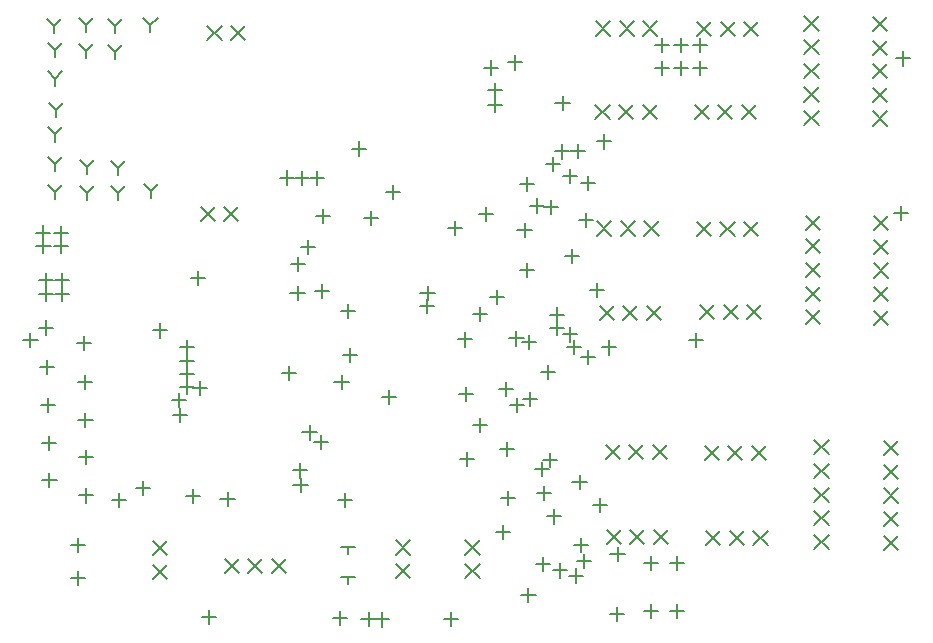
<source format=gbr>
G04 DipTrace 3.2.0.1*
G04 Plated_Through.gbr*
%MOIN*%
G04 #@! TF.FileFunction,Plated,1,2,PTH,Drill*
G04 #@! TF.Part,Single*
G04 Drill Symbols*
G04 D=0.015748 - Cross*
G04 D=0.027559 - X*
G04 D=0.031496 - Y*
G04 D=0.035433 - T*
G04 D=0.043307 - V*
G04 D=0.11811 - Clock*
%ADD10C,0.007874*%
%FSLAX26Y26*%
G04*
G70*
G90*
G75*
G01*
X1151463Y2467688D2*
D10*
X1198707Y2420444D1*
Y2467688D2*
X1151463Y2420444D1*
X1072723Y2467688D2*
X1119967Y2420444D1*
Y2467688D2*
X1072723Y2420444D1*
X1129096Y1865950D2*
X1176340Y1818706D1*
Y1865950D2*
X1129096Y1818706D1*
X1050356Y1865950D2*
X1097600Y1818706D1*
Y1865950D2*
X1050356Y1818706D1*
X3063067Y2342197D2*
X3110311Y2294953D1*
Y2342197D2*
X3063067Y2294953D1*
Y2420937D2*
X3110311Y2373693D1*
Y2420937D2*
X3063067Y2373693D1*
Y2499677D2*
X3110311Y2452433D1*
Y2499677D2*
X3063067Y2452433D1*
Y2263457D2*
X3110311Y2216213D1*
Y2263457D2*
X3063067Y2216213D1*
Y2184717D2*
X3110311Y2137472D1*
Y2184717D2*
X3063067Y2137472D1*
X3069051Y1678308D2*
X3116295Y1631064D1*
Y1678308D2*
X3069051Y1631064D1*
Y1757049D2*
X3116295Y1709804D1*
Y1757049D2*
X3069051Y1709804D1*
Y1835789D2*
X3116295Y1788545D1*
Y1835789D2*
X3069051Y1788545D1*
Y1599568D2*
X3116295Y1552324D1*
Y1599568D2*
X3069051Y1552324D1*
Y1520828D2*
X3116295Y1473584D1*
Y1520828D2*
X3069051Y1473584D1*
X3292186Y2340722D2*
X3339430Y2293478D1*
Y2340722D2*
X3292186Y2293478D1*
Y2419462D2*
X3339430Y2372218D1*
Y2419462D2*
X3292186Y2372218D1*
Y2498202D2*
X3339430Y2450958D1*
Y2498202D2*
X3292186Y2450958D1*
Y2261982D2*
X3339430Y2214738D1*
Y2261982D2*
X3292186Y2214738D1*
Y2183241D2*
X3339430Y2135997D1*
Y2183241D2*
X3292186Y2135997D1*
X3295134Y1676856D2*
X3342378Y1629612D1*
Y1676856D2*
X3295134Y1629612D1*
Y1755596D2*
X3342378Y1708352D1*
Y1755596D2*
X3295134Y1708352D1*
Y1834336D2*
X3342378Y1787092D1*
Y1834336D2*
X3295134Y1787092D1*
Y1598115D2*
X3342378Y1550871D1*
Y1598115D2*
X3295134Y1550871D1*
Y1519375D2*
X3342378Y1472131D1*
Y1519375D2*
X3295134Y1472131D1*
X3327661Y926803D2*
X3374906Y879559D1*
Y926803D2*
X3327661Y879559D1*
Y1005543D2*
X3374906Y958299D1*
Y1005543D2*
X3327661Y958299D1*
Y1084283D2*
X3374906Y1037039D1*
Y1084283D2*
X3327661Y1037039D1*
Y848063D2*
X3374906Y800819D1*
Y848063D2*
X3327661Y800819D1*
Y769323D2*
X3374906Y722079D1*
Y769323D2*
X3327661Y722079D1*
X891343Y672455D2*
X938587Y625211D1*
Y672455D2*
X891343Y625211D1*
Y751196D2*
X938587Y703951D1*
Y751196D2*
X891343Y703951D1*
X1287857Y690257D2*
X1335101Y643013D1*
Y690257D2*
X1287857Y643013D1*
X1209117Y690257D2*
X1256361Y643013D1*
Y690257D2*
X1209117Y643013D1*
X1130377Y690257D2*
X1177621Y643013D1*
Y690257D2*
X1130377Y643013D1*
X2854602Y2206315D2*
X2901846Y2159071D1*
Y2206315D2*
X2854602Y2159071D1*
X2775862Y2206315D2*
X2823106Y2159071D1*
Y2206315D2*
X2775862Y2159071D1*
X2697122Y2206315D2*
X2744366Y2159071D1*
Y2206315D2*
X2697122Y2159071D1*
X2523978Y2206064D2*
X2571222Y2158820D1*
Y2206064D2*
X2523978Y2158820D1*
X2445238Y2206064D2*
X2492482Y2158820D1*
Y2206064D2*
X2445238Y2158820D1*
X2366497Y2206064D2*
X2413741Y2158820D1*
Y2206064D2*
X2366497Y2158820D1*
X2872510Y1538184D2*
X2919755Y1490940D1*
Y1538184D2*
X2872510Y1490940D1*
X2793770Y1538184D2*
X2841014Y1490940D1*
Y1538184D2*
X2793770Y1490940D1*
X2715030Y1538184D2*
X2762274Y1490940D1*
Y1538184D2*
X2715030Y1490940D1*
X2538022Y1535923D2*
X2585266Y1488678D1*
Y1535923D2*
X2538022Y1488678D1*
X2459282Y1535923D2*
X2506526Y1488678D1*
Y1535923D2*
X2459282Y1488678D1*
X2380542Y1535923D2*
X2427786Y1488678D1*
Y1535923D2*
X2380542Y1488678D1*
X2861906Y1816094D2*
X2909150Y1768850D1*
Y1816094D2*
X2861906Y1768850D1*
X2783165Y1816094D2*
X2830409Y1768850D1*
Y1816094D2*
X2783165Y1768850D1*
X2704425Y1816094D2*
X2751669Y1768850D1*
Y1816094D2*
X2704425Y1768850D1*
X2529867Y1816802D2*
X2577112Y1769558D1*
Y1816802D2*
X2529867Y1769558D1*
X2451127Y1816802D2*
X2498371Y1769558D1*
Y1816802D2*
X2451127Y1769558D1*
X2372387Y1816802D2*
X2419631Y1769558D1*
Y1816802D2*
X2372387Y1769558D1*
X2888046Y1069627D2*
X2935290Y1022383D1*
Y1069627D2*
X2888046Y1022383D1*
X2809306Y1069627D2*
X2856550Y1022383D1*
Y1069627D2*
X2809306Y1022383D1*
X2730566Y1069627D2*
X2777810Y1022383D1*
Y1069627D2*
X2730566Y1022383D1*
X2557941Y1070987D2*
X2605185Y1023743D1*
Y1070987D2*
X2557941Y1023743D1*
X2479201Y1070987D2*
X2526445Y1023743D1*
Y1070987D2*
X2479201Y1023743D1*
X2400461Y1070987D2*
X2447705Y1023743D1*
Y1070987D2*
X2400461Y1023743D1*
X2862072Y2482406D2*
X2909316Y2435161D1*
Y2482406D2*
X2862072Y2435161D1*
X2783332Y2482406D2*
X2830576Y2435161D1*
Y2482406D2*
X2783332Y2435161D1*
X2704592Y2482406D2*
X2751836Y2435161D1*
Y2482406D2*
X2704592Y2435161D1*
X2525508Y2483365D2*
X2572752Y2436121D1*
Y2483365D2*
X2525508Y2436121D1*
X2446768Y2483365D2*
X2494012Y2436121D1*
Y2483365D2*
X2446768Y2436121D1*
X2368028Y2483365D2*
X2415272Y2436121D1*
Y2483365D2*
X2368028Y2436121D1*
X2893125Y785955D2*
X2940369Y738711D1*
Y785955D2*
X2893125Y738711D1*
X2814385Y785955D2*
X2861629Y738711D1*
Y785955D2*
X2814385Y738711D1*
X2735644Y785955D2*
X2782888Y738711D1*
Y785955D2*
X2735644Y738711D1*
X2560882Y787920D2*
X2608126Y740676D1*
Y787920D2*
X2560882Y740676D1*
X2482142Y787920D2*
X2529386Y740676D1*
Y787920D2*
X2482142Y740676D1*
X2403402Y787920D2*
X2450646Y740676D1*
Y787920D2*
X2403402Y740676D1*
X1932818Y674678D2*
X1980062Y627434D1*
Y674678D2*
X1932818Y627434D1*
Y753419D2*
X1980062Y706175D1*
Y753419D2*
X1932818Y706175D1*
X1699971Y674509D2*
X1747215Y627265D1*
Y674509D2*
X1699971Y627265D1*
Y753249D2*
X1747215Y706005D1*
Y753249D2*
X1699971Y706005D1*
X3096143Y929606D2*
X3143387Y882362D1*
Y929606D2*
X3096143Y882362D1*
Y1008346D2*
X3143387Y961102D1*
Y1008346D2*
X3096143Y961102D1*
Y1087087D2*
X3143387Y1039843D1*
Y1087087D2*
X3096143Y1039843D1*
Y850866D2*
X3143387Y803622D1*
Y850866D2*
X3096143Y803622D1*
Y772126D2*
X3143387Y724882D1*
Y772126D2*
X3096143Y724882D1*
X1517678Y731832D2*
X1564923D1*
X1541301D2*
Y708210D1*
X1517678Y631832D2*
X1564923D1*
X1541301D2*
Y608210D1*
X1931684Y1446633D2*
Y1399388D1*
X1908062Y1423010D2*
X1955306D1*
X2103192Y1450196D2*
Y1402951D1*
X2079570Y1426573D2*
X2126814D1*
X1982861Y1530331D2*
Y1483087D1*
X1959239Y1506709D2*
X2006483D1*
X539308Y2492887D2*
X562930Y2469265D1*
X586552Y2492887D1*
X562930Y2469265D2*
Y2445643D1*
X643911Y2494808D2*
X667533Y2471186D1*
X691155Y2494808D1*
X667533Y2471186D2*
Y2447564D1*
X540050Y2412252D2*
X563672Y2388630D1*
X587294Y2412252D1*
X563672Y2388630D2*
Y2365008D1*
X643911Y2406925D2*
X667533Y2383303D1*
X691155Y2406925D1*
X667533Y2383303D2*
Y2359681D1*
X540050Y2316381D2*
X563672Y2292759D1*
X587294Y2316381D1*
X563672Y2292759D2*
Y2269136D1*
X540050Y2129963D2*
X563672Y2106341D1*
X587294Y2129963D1*
X563672Y2106341D2*
Y2082719D1*
X540050Y2031428D2*
X563672Y2007806D1*
X587294Y2031428D1*
X563672Y2007806D2*
Y1984184D1*
X540050Y1938219D2*
X563672Y1914597D1*
X587294Y1938219D1*
X563672Y1914597D2*
Y1890975D1*
X2340644Y1969155D2*
Y1921911D1*
X2317022Y1945533D2*
X2364266D1*
X649236Y2020776D2*
X672858Y1997154D1*
X696480Y2020776D1*
X672858Y1997154D2*
Y1973531D1*
X649236Y1935556D2*
X672858Y1911934D1*
X696480Y1935556D1*
X672858Y1911934D2*
Y1888312D1*
X742445Y2492144D2*
X766067Y2468522D1*
X789689Y2492144D1*
X766067Y2468522D2*
Y2444900D1*
X742445Y2404262D2*
X766067Y2380640D1*
X789689Y2404262D1*
X766067Y2380640D2*
Y2357018D1*
X859622Y2494808D2*
X883244Y2471186D1*
X906866Y2494808D1*
X883244Y2471186D2*
Y2447564D1*
X750434Y2018113D2*
X774056Y1994491D1*
X797678Y2018113D1*
X774056Y1994491D2*
Y1970869D1*
X750434Y1935556D2*
X774056Y1911934D1*
X797678Y1935556D1*
X774056Y1911934D2*
Y1888312D1*
X862285Y1940883D2*
X885907Y1917261D1*
X909529Y1940883D1*
X885907Y1917261D2*
Y1893639D1*
X545375Y2212520D2*
X568997Y2188898D1*
X592619Y2212520D1*
X568997Y2188898D2*
Y2165276D1*
X1407140Y1753638D2*
Y1706394D1*
X1383518Y1730016D2*
X1430762D1*
X2217484Y1889177D2*
Y1841933D1*
X2193862Y1865555D2*
X2241106D1*
X2172701Y1893102D2*
Y1845858D1*
X2149079Y1869480D2*
X2196323D1*
X2280617Y1991963D2*
Y1944719D1*
X2256995Y1968341D2*
X2304239D1*
X2224186Y2031123D2*
Y1983879D1*
X2200564Y2007501D2*
X2247808D1*
X978167Y1246140D2*
Y1198896D1*
X954545Y1222518D2*
X1001789D1*
X2214592Y1045785D2*
Y998541D1*
X2190970Y1022163D2*
X2238214D1*
X2074138Y918678D2*
Y871434D1*
X2050516Y895056D2*
X2097760D1*
X2395546Y2106903D2*
Y2059659D1*
X2371924Y2083281D2*
X2419168D1*
X2239552Y1485573D2*
Y1438329D1*
X2215930Y1461951D2*
X2263175D1*
X980707Y1194307D2*
Y1147063D1*
X957085Y1170685D2*
X1004329D1*
X1541224Y1541100D2*
Y1493856D1*
X1517602Y1517478D2*
X1564846D1*
X1549588Y1394937D2*
Y1347693D1*
X1525966Y1371315D2*
X1573210D1*
X2294033Y1421222D2*
Y1373978D1*
X2270411Y1397600D2*
X2317655D1*
X2341646Y1389383D2*
Y1342139D1*
X2318024Y1365761D2*
X2365268D1*
X2207874Y1337424D2*
Y1290180D1*
X2184252Y1313802D2*
X2231496D1*
X525245Y1803071D2*
Y1755827D1*
X501623Y1779449D2*
X548867D1*
X585449Y1801722D2*
Y1754478D1*
X561827Y1778100D2*
X609071D1*
X534713Y1598777D2*
Y1551533D1*
X511091Y1575155D2*
X558335D1*
X589508Y1598777D2*
Y1551533D1*
X565886Y1575155D2*
X613130D1*
X534713Y1645454D2*
Y1598210D1*
X511091Y1621832D2*
X558335D1*
X589508Y1643425D2*
Y1596181D1*
X565886Y1619803D2*
X613130D1*
X526594Y1759104D2*
Y1711860D1*
X502972Y1735482D2*
X550217D1*
X585449Y1757073D2*
Y1709829D1*
X561827Y1733451D2*
X609071D1*
X2410567Y1420196D2*
Y1372951D1*
X2386945Y1396573D2*
X2434189D1*
X2187549Y1013715D2*
Y966471D1*
X2163927Y990093D2*
X2211171D1*
X2318969Y760478D2*
Y713234D1*
X2295346Y736856D2*
X2342591D1*
X2192963Y698286D2*
Y651042D1*
X2169341Y674664D2*
X2216585D1*
X2300612Y659804D2*
Y612560D1*
X2276990Y636182D2*
X2324234D1*
X2327592Y708510D2*
Y661266D1*
X2303970Y684888D2*
X2351214D1*
X2143219Y593940D2*
Y546696D1*
X2119597Y570318D2*
X2166841D1*
X2227412Y856630D2*
Y809386D1*
X2203790Y833008D2*
X2251034D1*
X2072916Y1081133D2*
Y1033888D1*
X2049294Y1057510D2*
X2096538D1*
X2058944Y804222D2*
Y756978D1*
X2035322Y780600D2*
X2082566D1*
X1937395Y1048664D2*
Y1001420D1*
X1913773Y1025042D2*
X1961017D1*
X2144269Y1439660D2*
Y1392416D1*
X2120647Y1416038D2*
X2167891D1*
X2069320Y1281538D2*
Y1234294D1*
X2045698Y1257916D2*
X2092942D1*
X2147593Y1248437D2*
Y1201193D1*
X2123971Y1224815D2*
X2171215D1*
X2281528Y1463413D2*
Y1416169D1*
X2257906Y1439791D2*
X2305150D1*
X2103781Y1229360D2*
Y1182115D1*
X2080159Y1205738D2*
X2127403D1*
X2130115Y1812051D2*
Y1764807D1*
X2106493Y1788429D2*
X2153738D1*
X2139038Y1677774D2*
Y1630530D1*
X2115416Y1654152D2*
X2162660D1*
X2306702Y2075993D2*
Y2028749D1*
X2283080Y2052371D2*
X2330324D1*
X2138937Y1964325D2*
Y1917081D1*
X2115315Y1940703D2*
X2162559D1*
X2288375Y1724907D2*
Y1677663D1*
X2264753Y1701285D2*
X2311997D1*
X1381097Y1009979D2*
Y962735D1*
X1357475Y986357D2*
X1404719D1*
X1140039Y914406D2*
Y867161D1*
X1116417Y890783D2*
X1163661D1*
X1383497Y960639D2*
Y913395D1*
X1359875Y937017D2*
X1407119D1*
X1532302Y912467D2*
Y865223D1*
X1508680Y888845D2*
X1555924D1*
X1373581Y1600417D2*
Y1553173D1*
X1349959Y1576795D2*
X1397203D1*
X1806673Y1601780D2*
Y1554535D1*
X1783051Y1578157D2*
X1830295D1*
X1344133Y1334143D2*
Y1286899D1*
X1320510Y1310521D2*
X1367755D1*
X1413333Y1136634D2*
Y1089390D1*
X1389711Y1113012D2*
X1436955D1*
X1678925Y1256276D2*
Y1209031D1*
X1655303Y1232654D2*
X1702547D1*
X857551Y952986D2*
Y905741D1*
X833929Y929364D2*
X881173D1*
X779022Y911843D2*
Y864598D1*
X755400Y888220D2*
X802644D1*
X1457566Y1858942D2*
Y1811698D1*
X1433944Y1835320D2*
X1481188D1*
X662650Y1435688D2*
Y1388444D1*
X639028Y1412066D2*
X686272D1*
X534490Y1486484D2*
Y1439240D1*
X510867Y1462862D2*
X558112D1*
X664945Y1305971D2*
Y1258727D1*
X641323Y1282349D2*
X688567D1*
X537524Y1356029D2*
Y1308785D1*
X513902Y1332407D2*
X561146D1*
X666462Y1178550D2*
Y1131306D1*
X642840Y1154928D2*
X690084D1*
X540558Y1228608D2*
Y1181364D1*
X516936Y1204986D2*
X564180D1*
X669496Y1054161D2*
Y1006917D1*
X645874Y1030539D2*
X693118D1*
X545108Y1102703D2*
Y1055459D1*
X521486Y1079081D2*
X568730D1*
X669496Y926740D2*
Y879496D1*
X645874Y903118D2*
X693118D1*
X546625Y978316D2*
Y931072D1*
X523003Y954694D2*
X570247D1*
X1006335Y1421192D2*
Y1373948D1*
X982713Y1397570D2*
X1029957D1*
X1006037Y1376320D2*
Y1329076D1*
X982415Y1352698D2*
X1029659D1*
X1004520Y1331961D2*
Y1284717D1*
X980898Y1308339D2*
X1028142D1*
X1004458Y1287104D2*
Y1239860D1*
X980836Y1263482D2*
X1028080D1*
X1049314Y1284861D2*
Y1237617D1*
X1025692Y1261239D2*
X1072936D1*
X640739Y762518D2*
Y715274D1*
X617117Y738896D2*
X664361D1*
X640739Y650479D2*
Y603235D1*
X617117Y626857D2*
X664361D1*
X1338442Y1986564D2*
Y1939320D1*
X1314820Y1962942D2*
X1362064D1*
X1386997Y1985136D2*
Y1937892D1*
X1363375Y1961514D2*
X1410619D1*
X1438259Y1985286D2*
Y1938042D1*
X1414636Y1961664D2*
X1461881D1*
X1691782Y1936986D2*
Y1889741D1*
X1668160Y1913364D2*
X1715404D1*
X1617995Y1852903D2*
Y1805659D1*
X1594373Y1829281D2*
X1641617D1*
X2334012Y1844862D2*
Y1797618D1*
X2310390Y1821240D2*
X2357634D1*
X1376226Y1697496D2*
Y1650252D1*
X1352604Y1673874D2*
X1399848D1*
X1456286Y1606938D2*
Y1559694D1*
X1432664Y1583316D2*
X1479908D1*
X1805433Y1558290D2*
Y1511046D1*
X1781811Y1534668D2*
X1829055D1*
X1578558Y2083091D2*
Y2035846D1*
X1554936Y2059469D2*
X1602180D1*
X1520094Y1303588D2*
Y1256344D1*
X1496472Y1279966D2*
X1543717D1*
X913739Y1476671D2*
Y1429427D1*
X890117Y1453049D2*
X937361D1*
X1451454Y1105126D2*
Y1057882D1*
X1427832Y1081504D2*
X1475076D1*
X1023999Y924514D2*
Y877270D1*
X1000377Y900892D2*
X1047621D1*
X2018349Y2353276D2*
Y2306031D1*
X1994727Y2329654D2*
X2041971D1*
X2031373Y2277293D2*
Y2230049D1*
X2007751Y2253671D2*
X2054995D1*
X2030840Y2227314D2*
Y2180070D1*
X2007218Y2203692D2*
X2054462D1*
X1041718Y1650619D2*
Y1603375D1*
X1018096Y1626997D2*
X1065340D1*
X2439230Y532677D2*
Y485433D1*
X2415608Y509055D2*
X2462852D1*
X2440163Y731268D2*
Y684024D1*
X2416541Y707646D2*
X2463785D1*
X1077631Y520899D2*
Y473655D1*
X1054009Y497277D2*
X1101253D1*
X1516198Y519010D2*
Y471766D1*
X1492576Y495388D2*
X1539820D1*
X1610030Y515177D2*
Y467933D1*
X1586408Y491555D2*
X1633652D1*
X1654685Y513572D2*
Y466328D1*
X1631063Y489950D2*
X1678307D1*
X1885928Y515881D2*
Y468636D1*
X1862306Y492259D2*
X1909550D1*
X483266Y1443873D2*
Y1396629D1*
X459644Y1420251D2*
X506888D1*
X3390286Y2383358D2*
Y2336114D1*
X3366664Y2359736D2*
X3413908D1*
X2700404Y1445710D2*
Y1398466D1*
X2676782Y1422088D2*
X2724026D1*
X3384614Y1867904D2*
Y1820660D1*
X3360992Y1844282D2*
X3408236D1*
X2098071Y2370022D2*
Y2322778D1*
X2074449Y2346400D2*
X2121693D1*
X1897252Y1818760D2*
Y1771516D1*
X1873630Y1795138D2*
X1920874D1*
X2002130Y1865273D2*
Y1818029D1*
X1978508Y1841651D2*
X2025752D1*
X1933598Y1265427D2*
Y1218182D1*
X1909976Y1241804D2*
X1957220D1*
X1981969Y1161123D2*
Y1113879D1*
X1958346Y1137501D2*
X2005591D1*
X2381323Y894879D2*
Y847635D1*
X2357701Y871257D2*
X2404945D1*
X2256728Y2234421D2*
Y2187177D1*
X2233106Y2210799D2*
X2280350D1*
X2256110Y2073349D2*
Y2026105D1*
X2232488Y2049727D2*
X2279732D1*
X2589038Y2352774D2*
Y2305530D1*
X2565416Y2329152D2*
X2612660D1*
X2651538Y2352774D2*
Y2305530D1*
X2627916Y2329152D2*
X2675160D1*
X2714038Y2352774D2*
Y2305530D1*
X2690416Y2329152D2*
X2737660D1*
X2589038Y2427774D2*
Y2380530D1*
X2565416Y2404152D2*
X2612660D1*
X2651538Y2427774D2*
Y2380530D1*
X2627916Y2404152D2*
X2675160D1*
X2714038Y2427774D2*
Y2380530D1*
X2690416Y2404152D2*
X2737660D1*
X2193648Y933825D2*
Y886581D1*
X2170026Y910203D2*
X2217270D1*
X2313486Y972192D2*
Y924948D1*
X2289864Y948570D2*
X2337108D1*
X2249109Y676807D2*
Y629563D1*
X2225487Y653185D2*
X2272731D1*
X2238335Y1529860D2*
Y1482615D1*
X2214713Y1506238D2*
X2261957D1*
X2371580Y1610777D2*
Y1563533D1*
X2347958Y1587155D2*
X2395202D1*
X2038765Y1587383D2*
Y1540139D1*
X2015143Y1563761D2*
X2062387D1*
X2551538Y702774D2*
Y655530D1*
X2527916Y679152D2*
X2575160D1*
X2639038Y702774D2*
Y655530D1*
X2615416Y679152D2*
X2662660D1*
X2551538Y540274D2*
Y493030D1*
X2527916Y516652D2*
X2575160D1*
X2639038Y540274D2*
Y493030D1*
X2615416Y516652D2*
X2662660D1*
M02*

</source>
